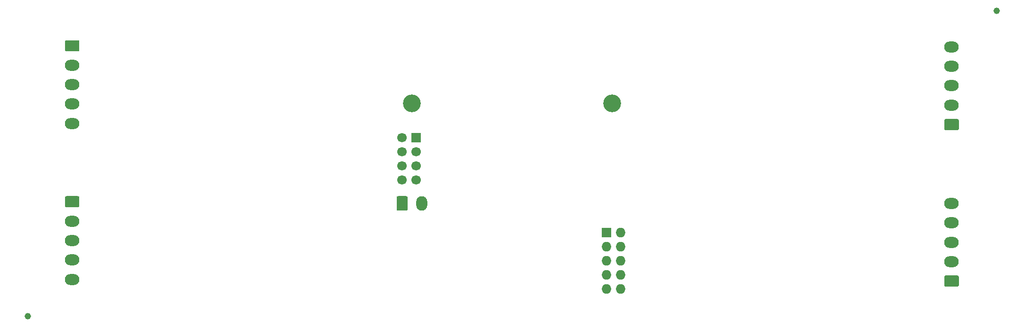
<source format=gbs>
G04 #@! TF.GenerationSoftware,KiCad,Pcbnew,5.1.5*
G04 #@! TF.CreationDate,2020-04-05T15:42:04+02:00*
G04 #@! TF.ProjectId,HB-LC-DimPWM-PCB,48422d4c-432d-4446-996d-50574d2d5043,rev?*
G04 #@! TF.SameCoordinates,Original*
G04 #@! TF.FileFunction,Soldermask,Bot*
G04 #@! TF.FilePolarity,Negative*
%FSLAX46Y46*%
G04 Gerber Fmt 4.6, Leading zero omitted, Abs format (unit mm)*
G04 Created by KiCad (PCBNEW 5.1.5) date 2020-04-05 15:42:04*
%MOMM*%
%LPD*%
G04 APERTURE LIST*
%ADD10C,1.152000*%
%ADD11O,2.000000X2.600000*%
%ADD12C,0.100000*%
%ADD13O,2.600000X2.000000*%
%ADD14C,3.200000*%
%ADD15C,1.700000*%
%ADD16R,1.700000X1.700000*%
%ADD17R,1.727200X1.727200*%
%ADD18O,1.727200X1.727200*%
G04 APERTURE END LIST*
D10*
X260000000Y-63300000D03*
X85900000Y-118300000D03*
D11*
X156700000Y-98000000D03*
D12*
G36*
X153974504Y-96701204D02*
G01*
X153998773Y-96704804D01*
X154022571Y-96710765D01*
X154045671Y-96719030D01*
X154067849Y-96729520D01*
X154088893Y-96742133D01*
X154108598Y-96756747D01*
X154126777Y-96773223D01*
X154143253Y-96791402D01*
X154157867Y-96811107D01*
X154170480Y-96832151D01*
X154180970Y-96854329D01*
X154189235Y-96877429D01*
X154195196Y-96901227D01*
X154198796Y-96925496D01*
X154200000Y-96950000D01*
X154200000Y-99050000D01*
X154198796Y-99074504D01*
X154195196Y-99098773D01*
X154189235Y-99122571D01*
X154180970Y-99145671D01*
X154170480Y-99167849D01*
X154157867Y-99188893D01*
X154143253Y-99208598D01*
X154126777Y-99226777D01*
X154108598Y-99243253D01*
X154088893Y-99257867D01*
X154067849Y-99270480D01*
X154045671Y-99280970D01*
X154022571Y-99289235D01*
X153998773Y-99295196D01*
X153974504Y-99298796D01*
X153950000Y-99300000D01*
X152450000Y-99300000D01*
X152425496Y-99298796D01*
X152401227Y-99295196D01*
X152377429Y-99289235D01*
X152354329Y-99280970D01*
X152332151Y-99270480D01*
X152311107Y-99257867D01*
X152291402Y-99243253D01*
X152273223Y-99226777D01*
X152256747Y-99208598D01*
X152242133Y-99188893D01*
X152229520Y-99167849D01*
X152219030Y-99145671D01*
X152210765Y-99122571D01*
X152204804Y-99098773D01*
X152201204Y-99074504D01*
X152200000Y-99050000D01*
X152200000Y-96950000D01*
X152201204Y-96925496D01*
X152204804Y-96901227D01*
X152210765Y-96877429D01*
X152219030Y-96854329D01*
X152229520Y-96832151D01*
X152242133Y-96811107D01*
X152256747Y-96791402D01*
X152273223Y-96773223D01*
X152291402Y-96756747D01*
X152311107Y-96742133D01*
X152332151Y-96729520D01*
X152354329Y-96719030D01*
X152377429Y-96710765D01*
X152401227Y-96704804D01*
X152425496Y-96701204D01*
X152450000Y-96700000D01*
X153950000Y-96700000D01*
X153974504Y-96701204D01*
G37*
D13*
X93900000Y-111700000D03*
X93900000Y-108200000D03*
X93900000Y-104700000D03*
X93900000Y-101200000D03*
D12*
G36*
X94974504Y-96701204D02*
G01*
X94998773Y-96704804D01*
X95022571Y-96710765D01*
X95045671Y-96719030D01*
X95067849Y-96729520D01*
X95088893Y-96742133D01*
X95108598Y-96756747D01*
X95126777Y-96773223D01*
X95143253Y-96791402D01*
X95157867Y-96811107D01*
X95170480Y-96832151D01*
X95180970Y-96854329D01*
X95189235Y-96877429D01*
X95195196Y-96901227D01*
X95198796Y-96925496D01*
X95200000Y-96950000D01*
X95200000Y-98450000D01*
X95198796Y-98474504D01*
X95195196Y-98498773D01*
X95189235Y-98522571D01*
X95180970Y-98545671D01*
X95170480Y-98567849D01*
X95157867Y-98588893D01*
X95143253Y-98608598D01*
X95126777Y-98626777D01*
X95108598Y-98643253D01*
X95088893Y-98657867D01*
X95067849Y-98670480D01*
X95045671Y-98680970D01*
X95022571Y-98689235D01*
X94998773Y-98695196D01*
X94974504Y-98698796D01*
X94950000Y-98700000D01*
X92850000Y-98700000D01*
X92825496Y-98698796D01*
X92801227Y-98695196D01*
X92777429Y-98689235D01*
X92754329Y-98680970D01*
X92732151Y-98670480D01*
X92711107Y-98657867D01*
X92691402Y-98643253D01*
X92673223Y-98626777D01*
X92656747Y-98608598D01*
X92642133Y-98588893D01*
X92629520Y-98567849D01*
X92619030Y-98545671D01*
X92610765Y-98522571D01*
X92604804Y-98498773D01*
X92601204Y-98474504D01*
X92600000Y-98450000D01*
X92600000Y-96950000D01*
X92601204Y-96925496D01*
X92604804Y-96901227D01*
X92610765Y-96877429D01*
X92619030Y-96854329D01*
X92629520Y-96832151D01*
X92642133Y-96811107D01*
X92656747Y-96791402D01*
X92673223Y-96773223D01*
X92691402Y-96756747D01*
X92711107Y-96742133D01*
X92732151Y-96729520D01*
X92754329Y-96719030D01*
X92777429Y-96710765D01*
X92801227Y-96704804D01*
X92825496Y-96701204D01*
X92850000Y-96700000D01*
X94950000Y-96700000D01*
X94974504Y-96701204D01*
G37*
D13*
X93900000Y-83600000D03*
X93900000Y-80100000D03*
X93900000Y-76600000D03*
X93900000Y-73100000D03*
D12*
G36*
X94974504Y-68601204D02*
G01*
X94998773Y-68604804D01*
X95022571Y-68610765D01*
X95045671Y-68619030D01*
X95067849Y-68629520D01*
X95088893Y-68642133D01*
X95108598Y-68656747D01*
X95126777Y-68673223D01*
X95143253Y-68691402D01*
X95157867Y-68711107D01*
X95170480Y-68732151D01*
X95180970Y-68754329D01*
X95189235Y-68777429D01*
X95195196Y-68801227D01*
X95198796Y-68825496D01*
X95200000Y-68850000D01*
X95200000Y-70350000D01*
X95198796Y-70374504D01*
X95195196Y-70398773D01*
X95189235Y-70422571D01*
X95180970Y-70445671D01*
X95170480Y-70467849D01*
X95157867Y-70488893D01*
X95143253Y-70508598D01*
X95126777Y-70526777D01*
X95108598Y-70543253D01*
X95088893Y-70557867D01*
X95067849Y-70570480D01*
X95045671Y-70580970D01*
X95022571Y-70589235D01*
X94998773Y-70595196D01*
X94974504Y-70598796D01*
X94950000Y-70600000D01*
X92850000Y-70600000D01*
X92825496Y-70598796D01*
X92801227Y-70595196D01*
X92777429Y-70589235D01*
X92754329Y-70580970D01*
X92732151Y-70570480D01*
X92711107Y-70557867D01*
X92691402Y-70543253D01*
X92673223Y-70526777D01*
X92656747Y-70508598D01*
X92642133Y-70488893D01*
X92629520Y-70467849D01*
X92619030Y-70445671D01*
X92610765Y-70422571D01*
X92604804Y-70398773D01*
X92601204Y-70374504D01*
X92600000Y-70350000D01*
X92600000Y-68850000D01*
X92601204Y-68825496D01*
X92604804Y-68801227D01*
X92610765Y-68777429D01*
X92619030Y-68754329D01*
X92629520Y-68732151D01*
X92642133Y-68711107D01*
X92656747Y-68691402D01*
X92673223Y-68673223D01*
X92691402Y-68656747D01*
X92711107Y-68642133D01*
X92732151Y-68629520D01*
X92754329Y-68619030D01*
X92777429Y-68610765D01*
X92801227Y-68604804D01*
X92825496Y-68601204D01*
X92850000Y-68600000D01*
X94950000Y-68600000D01*
X94974504Y-68601204D01*
G37*
D13*
X251900000Y-98000000D03*
X251900000Y-101500000D03*
X251900000Y-105000000D03*
X251900000Y-108500000D03*
D12*
G36*
X252974504Y-111001204D02*
G01*
X252998773Y-111004804D01*
X253022571Y-111010765D01*
X253045671Y-111019030D01*
X253067849Y-111029520D01*
X253088893Y-111042133D01*
X253108598Y-111056747D01*
X253126777Y-111073223D01*
X253143253Y-111091402D01*
X253157867Y-111111107D01*
X253170480Y-111132151D01*
X253180970Y-111154329D01*
X253189235Y-111177429D01*
X253195196Y-111201227D01*
X253198796Y-111225496D01*
X253200000Y-111250000D01*
X253200000Y-112750000D01*
X253198796Y-112774504D01*
X253195196Y-112798773D01*
X253189235Y-112822571D01*
X253180970Y-112845671D01*
X253170480Y-112867849D01*
X253157867Y-112888893D01*
X253143253Y-112908598D01*
X253126777Y-112926777D01*
X253108598Y-112943253D01*
X253088893Y-112957867D01*
X253067849Y-112970480D01*
X253045671Y-112980970D01*
X253022571Y-112989235D01*
X252998773Y-112995196D01*
X252974504Y-112998796D01*
X252950000Y-113000000D01*
X250850000Y-113000000D01*
X250825496Y-112998796D01*
X250801227Y-112995196D01*
X250777429Y-112989235D01*
X250754329Y-112980970D01*
X250732151Y-112970480D01*
X250711107Y-112957867D01*
X250691402Y-112943253D01*
X250673223Y-112926777D01*
X250656747Y-112908598D01*
X250642133Y-112888893D01*
X250629520Y-112867849D01*
X250619030Y-112845671D01*
X250610765Y-112822571D01*
X250604804Y-112798773D01*
X250601204Y-112774504D01*
X250600000Y-112750000D01*
X250600000Y-111250000D01*
X250601204Y-111225496D01*
X250604804Y-111201227D01*
X250610765Y-111177429D01*
X250619030Y-111154329D01*
X250629520Y-111132151D01*
X250642133Y-111111107D01*
X250656747Y-111091402D01*
X250673223Y-111073223D01*
X250691402Y-111056747D01*
X250711107Y-111042133D01*
X250732151Y-111029520D01*
X250754329Y-111019030D01*
X250777429Y-111010765D01*
X250801227Y-111004804D01*
X250825496Y-111001204D01*
X250850000Y-111000000D01*
X252950000Y-111000000D01*
X252974504Y-111001204D01*
G37*
D13*
X251900000Y-69800000D03*
X251900000Y-73300000D03*
X251900000Y-76800000D03*
X251900000Y-80300000D03*
D12*
G36*
X252974504Y-82801204D02*
G01*
X252998773Y-82804804D01*
X253022571Y-82810765D01*
X253045671Y-82819030D01*
X253067849Y-82829520D01*
X253088893Y-82842133D01*
X253108598Y-82856747D01*
X253126777Y-82873223D01*
X253143253Y-82891402D01*
X253157867Y-82911107D01*
X253170480Y-82932151D01*
X253180970Y-82954329D01*
X253189235Y-82977429D01*
X253195196Y-83001227D01*
X253198796Y-83025496D01*
X253200000Y-83050000D01*
X253200000Y-84550000D01*
X253198796Y-84574504D01*
X253195196Y-84598773D01*
X253189235Y-84622571D01*
X253180970Y-84645671D01*
X253170480Y-84667849D01*
X253157867Y-84688893D01*
X253143253Y-84708598D01*
X253126777Y-84726777D01*
X253108598Y-84743253D01*
X253088893Y-84757867D01*
X253067849Y-84770480D01*
X253045671Y-84780970D01*
X253022571Y-84789235D01*
X252998773Y-84795196D01*
X252974504Y-84798796D01*
X252950000Y-84800000D01*
X250850000Y-84800000D01*
X250825496Y-84798796D01*
X250801227Y-84795196D01*
X250777429Y-84789235D01*
X250754329Y-84780970D01*
X250732151Y-84770480D01*
X250711107Y-84757867D01*
X250691402Y-84743253D01*
X250673223Y-84726777D01*
X250656747Y-84708598D01*
X250642133Y-84688893D01*
X250629520Y-84667849D01*
X250619030Y-84645671D01*
X250610765Y-84622571D01*
X250604804Y-84598773D01*
X250601204Y-84574504D01*
X250600000Y-84550000D01*
X250600000Y-83050000D01*
X250601204Y-83025496D01*
X250604804Y-83001227D01*
X250610765Y-82977429D01*
X250619030Y-82954329D01*
X250629520Y-82932151D01*
X250642133Y-82911107D01*
X250656747Y-82891402D01*
X250673223Y-82873223D01*
X250691402Y-82856747D01*
X250711107Y-82842133D01*
X250732151Y-82829520D01*
X250754329Y-82819030D01*
X250777429Y-82810765D01*
X250801227Y-82804804D01*
X250825496Y-82801204D01*
X250850000Y-82800000D01*
X252950000Y-82800000D01*
X252974504Y-82801204D01*
G37*
D14*
X190895000Y-79975000D03*
X154905000Y-79975000D03*
D15*
X153165000Y-93795000D03*
X155705000Y-93795000D03*
X153165000Y-91255000D03*
X155705000Y-91255000D03*
X153165000Y-88715000D03*
X155705000Y-88715000D03*
X153165000Y-86175000D03*
D16*
X155705000Y-86175000D03*
D17*
X189900000Y-103300000D03*
D18*
X192440000Y-103300000D03*
X189900000Y-105840000D03*
X192440000Y-105840000D03*
X189900000Y-108380000D03*
X192440000Y-108380000D03*
X189900000Y-110920000D03*
X192440000Y-110920000D03*
X189900000Y-113460000D03*
X192440000Y-113460000D03*
M02*

</source>
